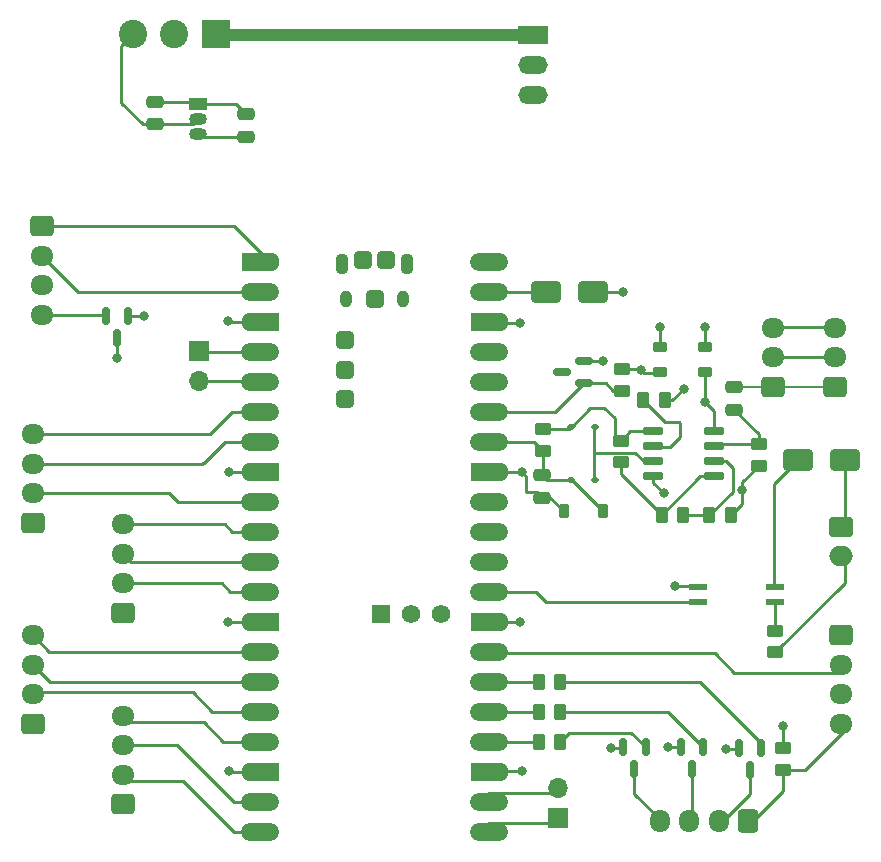
<source format=gbr>
%TF.GenerationSoftware,KiCad,Pcbnew,7.0.9*%
%TF.CreationDate,2023-12-26T12:13:05+08:00*%
%TF.ProjectId,amp_controller,616d705f-636f-46e7-9472-6f6c6c65722e,rev?*%
%TF.SameCoordinates,Original*%
%TF.FileFunction,Copper,L1,Top*%
%TF.FilePolarity,Positive*%
%FSLAX46Y46*%
G04 Gerber Fmt 4.6, Leading zero omitted, Abs format (unit mm)*
G04 Created by KiCad (PCBNEW 7.0.9) date 2023-12-26 12:13:05*
%MOMM*%
%LPD*%
G01*
G04 APERTURE LIST*
G04 Aperture macros list*
%AMRoundRect*
0 Rectangle with rounded corners*
0 $1 Rounding radius*
0 $2 $3 $4 $5 $6 $7 $8 $9 X,Y pos of 4 corners*
0 Add a 4 corners polygon primitive as box body*
4,1,4,$2,$3,$4,$5,$6,$7,$8,$9,$2,$3,0*
0 Add four circle primitives for the rounded corners*
1,1,$1+$1,$2,$3*
1,1,$1+$1,$4,$5*
1,1,$1+$1,$6,$7*
1,1,$1+$1,$8,$9*
0 Add four rect primitives between the rounded corners*
20,1,$1+$1,$2,$3,$4,$5,0*
20,1,$1+$1,$4,$5,$6,$7,0*
20,1,$1+$1,$6,$7,$8,$9,0*
20,1,$1+$1,$8,$9,$2,$3,0*%
%AMFreePoly0*
4,1,28,0.178017,0.779942,0.347107,0.720775,0.498792,0.625465,0.625465,0.498792,0.720775,0.347107,0.779942,0.178017,0.800000,0.000000,0.779942,-0.178017,0.720775,-0.347107,0.625465,-0.498792,0.498792,-0.625465,0.347107,-0.720775,0.178017,-0.779942,0.000000,-0.800000,-2.200000,-0.800000,-2.205014,-0.794986,-2.244504,-0.794986,-2.324698,-0.756366,-2.380194,-0.686777,-2.400000,-0.600000,
-2.400000,0.600000,-2.380194,0.686777,-2.324698,0.756366,-2.244504,0.794986,-2.205014,0.794986,-2.200000,0.800000,0.000000,0.800000,0.178017,0.779942,0.178017,0.779942,$1*%
%AMFreePoly1*
4,1,29,0.605014,0.794986,0.644504,0.794986,0.724698,0.756366,0.780194,0.686777,0.800000,0.600000,0.800000,-0.600000,0.780194,-0.686777,0.724698,-0.756366,0.644504,-0.794986,0.605014,-0.794986,0.600000,-0.800000,0.000000,-0.800000,-1.600000,-0.800000,-1.778017,-0.779942,-1.947107,-0.720775,-2.098792,-0.625465,-2.225465,-0.498792,-2.320775,-0.347107,-2.379942,-0.178017,-2.400000,0.000000,
-2.379942,0.178017,-2.320775,0.347107,-2.225465,0.498792,-2.098792,0.625465,-1.947107,0.720775,-1.778017,0.779942,-1.600000,0.800000,0.600000,0.800000,0.605014,0.794986,0.605014,0.794986,$1*%
%AMFreePoly2*
4,1,29,1.778017,0.779942,1.947107,0.720775,2.098792,0.625465,2.225465,0.498792,2.320775,0.347107,2.379942,0.178017,2.400000,0.000000,2.379942,-0.178017,2.320775,-0.347107,2.225465,-0.498792,2.098792,-0.625465,1.947107,-0.720775,1.778017,-0.779942,1.600000,-0.800000,0.000000,-0.800000,-0.600000,-0.800000,-0.605014,-0.794986,-0.644504,-0.794986,-0.724698,-0.756366,-0.780194,-0.686777,
-0.800000,-0.600000,-0.800000,0.600000,-0.780194,0.686777,-0.724698,0.756366,-0.644504,0.794986,-0.605014,0.794986,-0.600000,0.800000,1.600000,0.800000,1.778017,0.779942,1.778017,0.779942,$1*%
G04 Aperture macros list end*
%TA.AperFunction,ComponentPad*%
%ADD10R,2.500000X1.500000*%
%TD*%
%TA.AperFunction,ComponentPad*%
%ADD11O,2.500000X1.500000*%
%TD*%
%TA.AperFunction,SMDPad,CuDef*%
%ADD12RoundRect,0.225000X0.225000X0.375000X-0.225000X0.375000X-0.225000X-0.375000X0.225000X-0.375000X0*%
%TD*%
%TA.AperFunction,ComponentPad*%
%ADD13RoundRect,0.250000X0.600000X0.725000X-0.600000X0.725000X-0.600000X-0.725000X0.600000X-0.725000X0*%
%TD*%
%TA.AperFunction,ComponentPad*%
%ADD14O,1.700000X1.950000*%
%TD*%
%TA.AperFunction,ComponentPad*%
%ADD15RoundRect,0.250000X0.725000X-0.600000X0.725000X0.600000X-0.725000X0.600000X-0.725000X-0.600000X0*%
%TD*%
%TA.AperFunction,ComponentPad*%
%ADD16O,1.950000X1.700000*%
%TD*%
%TA.AperFunction,SMDPad,CuDef*%
%ADD17RoundRect,0.250000X0.450000X-0.262500X0.450000X0.262500X-0.450000X0.262500X-0.450000X-0.262500X0*%
%TD*%
%TA.AperFunction,SMDPad,CuDef*%
%ADD18RoundRect,0.250000X-0.475000X0.250000X-0.475000X-0.250000X0.475000X-0.250000X0.475000X0.250000X0*%
%TD*%
%TA.AperFunction,SMDPad,CuDef*%
%ADD19RoundRect,0.250000X-0.262500X-0.450000X0.262500X-0.450000X0.262500X0.450000X-0.262500X0.450000X0*%
%TD*%
%TA.AperFunction,SMDPad,CuDef*%
%ADD20RoundRect,0.250000X-0.450000X0.262500X-0.450000X-0.262500X0.450000X-0.262500X0.450000X0.262500X0*%
%TD*%
%TA.AperFunction,SMDPad,CuDef*%
%ADD21RoundRect,0.250000X0.262500X0.450000X-0.262500X0.450000X-0.262500X-0.450000X0.262500X-0.450000X0*%
%TD*%
%TA.AperFunction,SMDPad,CuDef*%
%ADD22RoundRect,0.250000X-1.000000X-0.650000X1.000000X-0.650000X1.000000X0.650000X-1.000000X0.650000X0*%
%TD*%
%TA.AperFunction,SMDPad,CuDef*%
%ADD23RoundRect,0.150000X-0.150000X0.587500X-0.150000X-0.587500X0.150000X-0.587500X0.150000X0.587500X0*%
%TD*%
%TA.AperFunction,SMDPad,CuDef*%
%ADD24RoundRect,0.112500X-0.187500X-0.112500X0.187500X-0.112500X0.187500X0.112500X-0.187500X0.112500X0*%
%TD*%
%TA.AperFunction,ComponentPad*%
%ADD25RoundRect,0.250000X-0.750000X0.600000X-0.750000X-0.600000X0.750000X-0.600000X0.750000X0.600000X0*%
%TD*%
%TA.AperFunction,ComponentPad*%
%ADD26O,2.000000X1.700000*%
%TD*%
%TA.AperFunction,SMDPad,CuDef*%
%ADD27RoundRect,0.218750X-0.381250X0.218750X-0.381250X-0.218750X0.381250X-0.218750X0.381250X0.218750X0*%
%TD*%
%TA.AperFunction,SMDPad,CuDef*%
%ADD28RoundRect,0.150000X0.725000X0.150000X-0.725000X0.150000X-0.725000X-0.150000X0.725000X-0.150000X0*%
%TD*%
%TA.AperFunction,SMDPad,CuDef*%
%ADD29RoundRect,0.112500X0.187500X0.112500X-0.187500X0.112500X-0.187500X-0.112500X0.187500X-0.112500X0*%
%TD*%
%TA.AperFunction,SMDPad,CuDef*%
%ADD30RoundRect,0.150000X0.587500X0.150000X-0.587500X0.150000X-0.587500X-0.150000X0.587500X-0.150000X0*%
%TD*%
%TA.AperFunction,ComponentPad*%
%ADD31R,2.400000X2.400000*%
%TD*%
%TA.AperFunction,ComponentPad*%
%ADD32C,2.400000*%
%TD*%
%TA.AperFunction,ComponentPad*%
%ADD33R,1.700000X1.700000*%
%TD*%
%TA.AperFunction,ComponentPad*%
%ADD34O,1.700000X1.700000*%
%TD*%
%TA.AperFunction,SMDPad,CuDef*%
%ADD35RoundRect,0.137500X0.662500X0.137500X-0.662500X0.137500X-0.662500X-0.137500X0.662500X-0.137500X0*%
%TD*%
%TA.AperFunction,ComponentPad*%
%ADD36RoundRect,0.250000X-0.725000X0.600000X-0.725000X-0.600000X0.725000X-0.600000X0.725000X0.600000X0*%
%TD*%
%TA.AperFunction,ComponentPad*%
%ADD37R,1.500000X1.050000*%
%TD*%
%TA.AperFunction,ComponentPad*%
%ADD38O,1.500000X1.050000*%
%TD*%
%TA.AperFunction,SMDPad,CuDef*%
%ADD39O,1.100000X1.800000*%
%TD*%
%TA.AperFunction,SMDPad,CuDef*%
%ADD40O,1.050000X1.450000*%
%TD*%
%TA.AperFunction,SMDPad,CuDef*%
%ADD41FreePoly0,0.000000*%
%TD*%
%TA.AperFunction,SMDPad,CuDef*%
%ADD42RoundRect,0.800000X-0.800000X0.000000X0.800000X0.000000X0.800000X0.000000X-0.800000X0.000000X0*%
%TD*%
%TA.AperFunction,SMDPad,CuDef*%
%ADD43FreePoly1,0.000000*%
%TD*%
%TA.AperFunction,SMDPad,CuDef*%
%ADD44FreePoly2,0.000000*%
%TD*%
%TA.AperFunction,SMDPad,CuDef*%
%ADD45RoundRect,0.200000X-0.587400X-0.587400X0.587400X-0.587400X0.587400X0.587400X-0.587400X0.587400X0*%
%TD*%
%TA.AperFunction,SMDPad,CuDef*%
%ADD46C,1.574800*%
%TD*%
%TA.AperFunction,SMDPad,CuDef*%
%ADD47RoundRect,0.300000X-0.450000X-0.450000X0.450000X-0.450000X0.450000X0.450000X-0.450000X0.450000X0*%
%TD*%
%TA.AperFunction,SMDPad,CuDef*%
%ADD48RoundRect,0.250000X1.000000X0.650000X-1.000000X0.650000X-1.000000X-0.650000X1.000000X-0.650000X0*%
%TD*%
%TA.AperFunction,ViaPad*%
%ADD49C,0.800000*%
%TD*%
%TA.AperFunction,Conductor*%
%ADD50C,0.250000*%
%TD*%
%TA.AperFunction,Conductor*%
%ADD51C,0.200000*%
%TD*%
%TA.AperFunction,Conductor*%
%ADD52C,1.000000*%
%TD*%
G04 APERTURE END LIST*
D10*
%TO.P,U2,1,Vin*%
%TO.N,/+18V*%
X146497597Y-56239255D03*
D11*
%TO.P,U2,2,GND*%
%TO.N,GND*%
X146497597Y-58779255D03*
%TO.P,U2,3,Vout*%
%TO.N,+5V*%
X146497597Y-61319255D03*
%TD*%
D12*
%TO.P,D5,1,K*%
%TO.N,/PEAK*%
X152420217Y-96565867D03*
%TO.P,D5,2,A*%
%TO.N,GND*%
X149120217Y-96565867D03*
%TD*%
D13*
%TO.P,FP_LED1,1,Pin_1*%
%TO.N,/DRV*%
X164722047Y-122806760D03*
D14*
%TO.P,FP_LED1,2,Pin_2*%
%TO.N,/R*%
X162222047Y-122806760D03*
%TO.P,FP_LED1,3,Pin_3*%
%TO.N,/G*%
X159722047Y-122806760D03*
%TO.P,FP_LED1,4,Pin_4*%
%TO.N,/B*%
X157222047Y-122806760D03*
%TD*%
D15*
%TO.P,AMP2,1,Pin_1*%
%TO.N,GND*%
X104103296Y-114546777D03*
D16*
%TO.P,AMP2,2,Pin_2*%
%TO.N,/AMP2_CLIP*%
X104103296Y-112046777D03*
%TO.P,AMP2,3,Pin_3*%
%TO.N,/AMP2_FAULT*%
X104103296Y-109546777D03*
%TO.P,AMP2,4,Pin_4*%
%TO.N,/AMP2_RESET*%
X104103296Y-107046777D03*
%TD*%
D17*
%TO.P,R12,1*%
%TO.N,Net-(TRIGGER1-Pin_2)*%
X167008275Y-108481106D03*
%TO.P,R12,2*%
%TO.N,Net-(R12-Pad2)*%
X167008275Y-106656106D03*
%TD*%
D18*
%TO.P,C1,1*%
%TO.N,GND*%
X114508211Y-61879728D03*
%TO.P,C1,2*%
%TO.N,/-18V*%
X114508211Y-63779728D03*
%TD*%
D19*
%TO.P,R2,1*%
%TO.N,/PWMB*%
X146977001Y-116051415D03*
%TO.P,R2,2*%
%TO.N,Net-(Q1-B)*%
X148802001Y-116051415D03*
%TD*%
D20*
%TO.P,R5,1*%
%TO.N,+5V*%
X167615421Y-116597717D03*
%TO.P,R5,2*%
%TO.N,/DRV*%
X167615421Y-118422717D03*
%TD*%
D21*
%TO.P,R9,1*%
%TO.N,Net-(U8A--)*%
X159198992Y-96867389D03*
%TO.P,R9,2*%
%TO.N,Net-(R6-Pad1)*%
X157373992Y-96867389D03*
%TD*%
D22*
%TO.P,D1,1,K*%
%TO.N,VSYS*%
X147542666Y-77957258D03*
%TO.P,D1,2,A*%
%TO.N,+5V*%
X151542666Y-77957258D03*
%TD*%
D19*
%TO.P,R11,1*%
%TO.N,Net-(U8B--)*%
X155816942Y-87168089D03*
%TO.P,R11,2*%
%TO.N,GND*%
X157641942Y-87168089D03*
%TD*%
D15*
%TO.P,AMP1,1,Pin_1*%
%TO.N,GND*%
X111774370Y-121370371D03*
D16*
%TO.P,AMP1,2,Pin_2*%
%TO.N,/AMP1_CLIP*%
X111774370Y-118870371D03*
%TO.P,AMP1,3,Pin_3*%
%TO.N,/AMP1_FAULT*%
X111774370Y-116370371D03*
%TO.P,AMP1,4,Pin_4*%
%TO.N,/AMP1_RESET*%
X111774370Y-113870371D03*
%TD*%
D23*
%TO.P,U7,1,GND*%
%TO.N,GND*%
X112220047Y-80049996D03*
%TO.P,U7,2,VO*%
%TO.N,/DISP_3V3*%
X110320047Y-80049996D03*
%TO.P,U7,3,VI*%
%TO.N,+5V*%
X111270047Y-81924996D03*
%TD*%
D24*
%TO.P,D2,1,K*%
%TO.N,/PEAK*%
X149666306Y-93908402D03*
%TO.P,D2,2,A*%
%TO.N,Net-(D2-A)*%
X151766306Y-93908402D03*
%TD*%
D19*
%TO.P,R3,1*%
%TO.N,/PWMG*%
X146967447Y-113563338D03*
%TO.P,R3,2*%
%TO.N,Net-(Q2-B)*%
X148792447Y-113563338D03*
%TD*%
D25*
%TO.P,TRIGGER1,1,Pin_1*%
%TO.N,Net-(D4-K)*%
X172588655Y-97851212D03*
D26*
%TO.P,TRIGGER1,2,Pin_2*%
%TO.N,Net-(TRIGGER1-Pin_2)*%
X172588655Y-100351212D03*
%TD*%
D27*
%TO.P,FB2,1*%
%TO.N,-5V*%
X161053164Y-82645755D03*
%TO.P,FB2,2*%
%TO.N,-5VA*%
X161053164Y-84770755D03*
%TD*%
D20*
%TO.P,R10,1*%
%TO.N,Net-(U8A-+)*%
X165574615Y-90861975D03*
%TO.P,R10,2*%
%TO.N,GND*%
X165574615Y-92686975D03*
%TD*%
D23*
%TO.P,Q2,1,B*%
%TO.N,Net-(Q2-B)*%
X160909919Y-116541619D03*
%TO.P,Q2,2,E*%
%TO.N,GND*%
X159009919Y-116541619D03*
%TO.P,Q2,3,C*%
%TO.N,/G*%
X159959919Y-118416619D03*
%TD*%
%TO.P,Q1,1,B*%
%TO.N,Net-(Q1-B)*%
X156017316Y-116534348D03*
%TO.P,Q1,2,E*%
%TO.N,GND*%
X154117316Y-116534348D03*
%TO.P,Q1,3,C*%
%TO.N,/B*%
X155067316Y-118409348D03*
%TD*%
D28*
%TO.P,U8,1*%
%TO.N,Net-(R6-Pad1)*%
X161818529Y-93607910D03*
%TO.P,U8,2,-*%
%TO.N,Net-(U8A--)*%
X161818529Y-92337910D03*
%TO.P,U8,3,+*%
%TO.N,Net-(U8A-+)*%
X161818529Y-91067910D03*
%TO.P,U8,4,V-*%
%TO.N,-5VA*%
X161818529Y-89797910D03*
%TO.P,U8,5,+*%
%TO.N,Net-(D3-A)*%
X156668529Y-89797910D03*
%TO.P,U8,6,-*%
%TO.N,Net-(U8B--)*%
X156668529Y-91067910D03*
%TO.P,U8,7*%
%TO.N,Net-(D2-A)*%
X156668529Y-92337910D03*
%TO.P,U8,8,V+*%
%TO.N,+5VA*%
X156668529Y-93607910D03*
%TD*%
D18*
%TO.P,C4,1*%
%TO.N,GND*%
X122188601Y-62935483D03*
%TO.P,C4,2*%
%TO.N,-5V*%
X122188601Y-64835483D03*
%TD*%
%TO.P,C3,1*%
%TO.N,/M+*%
X163504788Y-86066391D03*
%TO.P,C3,2*%
%TO.N,Net-(U8A-+)*%
X163504788Y-87966391D03*
%TD*%
D23*
%TO.P,Q3,1,B*%
%TO.N,Net-(Q3-B)*%
X165815462Y-116603396D03*
%TO.P,Q3,2,E*%
%TO.N,GND*%
X163915462Y-116603396D03*
%TO.P,Q3,3,C*%
%TO.N,/R*%
X164865462Y-118478396D03*
%TD*%
D29*
%TO.P,D3,1,K*%
%TO.N,Net-(D2-A)*%
X151766306Y-89383315D03*
%TO.P,D3,2,A*%
%TO.N,Net-(D3-A)*%
X149666306Y-89383315D03*
%TD*%
D19*
%TO.P,R8,1*%
%TO.N,Net-(U8A--)*%
X161397036Y-96881965D03*
%TO.P,R8,2*%
%TO.N,GND*%
X163222036Y-96881965D03*
%TD*%
D30*
%TO.P,U4,1,K*%
%TO.N,/ADC_VREF*%
X150797500Y-85707500D03*
%TO.P,U4,2,A*%
%TO.N,GND*%
X150797500Y-83807500D03*
%TO.P,U4,3*%
%TO.N,N/C*%
X148922500Y-84757500D03*
%TD*%
D31*
%TO.P,POWER1,1,Pin_1*%
%TO.N,/+18V*%
X119605020Y-56152903D03*
D32*
%TO.P,POWER1,2,Pin_2*%
%TO.N,GND*%
X116105020Y-56152903D03*
%TO.P,POWER1,3,Pin_3*%
%TO.N,/-18V*%
X112605020Y-56152903D03*
%TD*%
D33*
%TO.P,GPIO16\u002C17,1,Pin_1*%
%TO.N,Net-(GPIO16\u002C17-Pin_1)*%
X148564694Y-122507219D03*
D34*
%TO.P,GPIO16\u002C17,2,Pin_2*%
%TO.N,Net-(GPIO16\u002C17-Pin_2)*%
X148564694Y-119967219D03*
%TD*%
D18*
%TO.P,C2,1*%
%TO.N,/PEAK*%
X147259018Y-93492615D03*
%TO.P,C2,2*%
%TO.N,GND*%
X147259018Y-95392615D03*
%TD*%
D35*
%TO.P,U6,1*%
%TO.N,Net-(R12-Pad2)*%
X166986039Y-104199970D03*
%TO.P,U6,2*%
%TO.N,Net-(D4-A)*%
X166986039Y-102929970D03*
%TO.P,U6,3*%
%TO.N,GND*%
X160486039Y-102929970D03*
%TO.P,U6,4*%
%TO.N,/TRG_ON*%
X160486039Y-104199970D03*
%TD*%
D15*
%TO.P,MUSIC_IN1,1,Pin_1*%
%TO.N,/M+*%
X166784304Y-85995563D03*
D16*
%TO.P,MUSIC_IN1,2,Pin_2*%
%TO.N,/MG*%
X166784304Y-83495563D03*
%TO.P,MUSIC_IN1,3,Pin_3*%
%TO.N,/M-*%
X166784304Y-80995563D03*
%TD*%
D36*
%TO.P,DISPLAY1,1,Pin_1*%
%TO.N,/SDA*%
X104892442Y-72412621D03*
D16*
%TO.P,DISPLAY1,2,Pin_2*%
%TO.N,/SCL*%
X104892442Y-74912621D03*
%TO.P,DISPLAY1,3,Pin_3*%
%TO.N,GND*%
X104892442Y-77412621D03*
%TO.P,DISPLAY1,4,Pin_4*%
%TO.N,/DISP_3V3*%
X104892442Y-79912621D03*
%TD*%
D19*
%TO.P,R4,1*%
%TO.N,/PWMR*%
X146946796Y-111000570D03*
%TO.P,R4,2*%
%TO.N,Net-(Q3-B)*%
X148771796Y-111000570D03*
%TD*%
D20*
%TO.P,R7,1*%
%TO.N,Net-(D3-A)*%
X147306307Y-89610529D03*
%TO.P,R7,2*%
%TO.N,/PEAK*%
X147306307Y-91435529D03*
%TD*%
D37*
%TO.P,U3,1,GND*%
%TO.N,GND*%
X118120802Y-62098029D03*
D38*
%TO.P,U3,2,VI*%
%TO.N,/-18V*%
X118120802Y-63368029D03*
%TO.P,U3,3,VO*%
%TO.N,-5V*%
X118120802Y-64638029D03*
%TD*%
D15*
%TO.P,AMP3,1,Pin_1*%
%TO.N,GND*%
X111760000Y-105163725D03*
D16*
%TO.P,AMP3,2,Pin_2*%
%TO.N,/AMP3_CLIP*%
X111760000Y-102663725D03*
%TO.P,AMP3,3,Pin_3*%
%TO.N,/AMP3_FAULT*%
X111760000Y-100163725D03*
%TO.P,AMP3,4,Pin_4*%
%TO.N,/AMP3_RESET*%
X111760000Y-97663725D03*
%TD*%
D39*
%TO.P,U1,*%
%TO.N,*%
X130335000Y-75579685D03*
D40*
X130635000Y-78609685D03*
X135485000Y-78609685D03*
D39*
X135785000Y-75579685D03*
D41*
%TO.P,U1,1,GPIO0*%
%TO.N,/SDA*%
X124170000Y-75449685D03*
D42*
%TO.P,U1,2,GPIO1*%
%TO.N,/SCL*%
X123370000Y-77989685D03*
D43*
%TO.P,U1,3,GND*%
%TO.N,GND*%
X124170000Y-80529685D03*
D42*
%TO.P,U1,4,GPIO2*%
%TO.N,Net-(GPIO2\u002C3-Pin_1)*%
X123370000Y-83069685D03*
%TO.P,U1,5,GPIO3*%
%TO.N,Net-(GPIO2\u002C3-Pin_2)*%
X123370000Y-85609685D03*
%TO.P,U1,6,GPIO4*%
%TO.N,/AMP4_RESET*%
X123370000Y-88149685D03*
%TO.P,U1,7,GPIO5*%
%TO.N,/AMP4_FAULT*%
X123370000Y-90689685D03*
D43*
%TO.P,U1,8,GND*%
%TO.N,GND*%
X124170000Y-93229685D03*
D42*
%TO.P,U1,9,GPIO6*%
%TO.N,/AMP4_CLIP*%
X123370000Y-95769685D03*
%TO.P,U1,10,GPIO7*%
%TO.N,/AMP3_RESET*%
X123370000Y-98309685D03*
%TO.P,U1,11,GPIO8*%
%TO.N,/AMP3_FAULT*%
X123370000Y-100849685D03*
%TO.P,U1,12,GPIO9*%
%TO.N,/AMP3_CLIP*%
X123370000Y-103389685D03*
D43*
%TO.P,U1,13,GND*%
%TO.N,GND*%
X124170000Y-105929685D03*
D42*
%TO.P,U1,14,GPIO10*%
%TO.N,/AMP2_RESET*%
X123370000Y-108469685D03*
%TO.P,U1,15,GPIO11*%
%TO.N,/AMP2_FAULT*%
X123370000Y-111009685D03*
%TO.P,U1,16,GPIO12*%
%TO.N,/AMP2_CLIP*%
X123370000Y-113549685D03*
%TO.P,U1,17,GPIO13*%
%TO.N,/AMP1_RESET*%
X123370000Y-116089685D03*
D43*
%TO.P,U1,18,GND*%
%TO.N,GND*%
X124170000Y-118629685D03*
D42*
%TO.P,U1,19,GPIO14*%
%TO.N,/AMP1_FAULT*%
X123370000Y-121169685D03*
%TO.P,U1,20,GPIO15*%
%TO.N,/AMP1_CLIP*%
X123370000Y-123709685D03*
%TO.P,U1,21,GPIO16*%
%TO.N,Net-(GPIO16\u002C17-Pin_1)*%
X142750000Y-123709685D03*
%TO.P,U1,22,GPIO17*%
%TO.N,Net-(GPIO16\u002C17-Pin_2)*%
X142750000Y-121169685D03*
D44*
%TO.P,U1,23,GND*%
%TO.N,GND*%
X141950000Y-118629685D03*
D42*
%TO.P,U1,24,GPIO18*%
%TO.N,/PWMB*%
X142750000Y-116089685D03*
%TO.P,U1,25,GPIO19*%
%TO.N,/PWMG*%
X142750000Y-113549685D03*
%TO.P,U1,26,GPIO20*%
%TO.N,/PWMR*%
X142750000Y-111009685D03*
%TO.P,U1,27,GPIO21*%
%TO.N,/FP_BUTTON*%
X142750000Y-108469685D03*
D44*
%TO.P,U1,28,GND*%
%TO.N,GND*%
X141950000Y-105929685D03*
D42*
%TO.P,U1,29,GPIO22*%
%TO.N,/TRG_ON*%
X142750000Y-103389685D03*
%TO.P,U1,30,RUN*%
%TO.N,unconnected-(U1-RUN-Pad30)*%
X142750000Y-100849685D03*
%TO.P,U1,31,GPIO26_ADC0*%
%TO.N,unconnected-(U1-GPIO26_ADC0-Pad31)*%
X142750000Y-98309685D03*
%TO.P,U1,32,GPIO27_ADC1*%
%TO.N,unconnected-(U1-GPIO27_ADC1-Pad32)*%
X142750000Y-95769685D03*
D44*
%TO.P,U1,33,AGND*%
%TO.N,GND*%
X141950000Y-93229685D03*
D42*
%TO.P,U1,34,GPIO28_ADC2*%
%TO.N,/PEAK*%
X142750000Y-90689685D03*
%TO.P,U1,35,ADC_VREF*%
%TO.N,/ADC_VREF*%
X142750000Y-88149685D03*
%TO.P,U1,36,3V3*%
%TO.N,unconnected-(U1-3V3-Pad36)*%
X142750000Y-85609685D03*
%TO.P,U1,37,3V3_EN*%
%TO.N,unconnected-(U1-3V3_EN-Pad37)*%
X142750000Y-83069685D03*
D44*
%TO.P,U1,38,GND*%
%TO.N,GND*%
X141950000Y-80529685D03*
D42*
%TO.P,U1,39,VSYS*%
%TO.N,VSYS*%
X142750000Y-77989685D03*
%TO.P,U1,40,VBUS*%
%TO.N,unconnected-(U1-VBUS-Pad40)*%
X142750000Y-75449685D03*
D45*
%TO.P,U1,D1*%
%TO.N,N/C*%
X133644100Y-105279685D03*
D46*
%TO.P,U1,D2*%
X136184100Y-105279685D03*
%TO.P,U1,D3*%
X138724100Y-105279685D03*
D47*
%TO.P,U1,TP1*%
X133060000Y-78579685D03*
%TO.P,U1,TP2*%
X134060000Y-75279685D03*
%TO.P,U1,TP3*%
X132060000Y-75279685D03*
%TO.P,U1,TP4*%
X130560000Y-82079685D03*
%TO.P,U1,TP5*%
X130560000Y-84579685D03*
%TO.P,U1,TP6*%
X130560000Y-87079685D03*
%TD*%
D20*
%TO.P,R1,1*%
%TO.N,+5VA*%
X154019551Y-84535000D03*
%TO.P,R1,2*%
%TO.N,/ADC_VREF*%
X154019551Y-86360000D03*
%TD*%
D27*
%TO.P,FB1,1*%
%TO.N,+5V*%
X157258318Y-82654270D03*
%TO.P,FB1,2*%
%TO.N,+5VA*%
X157258318Y-84779270D03*
%TD*%
D48*
%TO.P,D4,1,K*%
%TO.N,Net-(D4-K)*%
X172925417Y-92224648D03*
%TO.P,D4,2,A*%
%TO.N,Net-(D4-A)*%
X168925417Y-92224648D03*
%TD*%
D17*
%TO.P,R6,1*%
%TO.N,Net-(R6-Pad1)*%
X153928195Y-92424603D03*
%TO.P,R6,2*%
%TO.N,Net-(D3-A)*%
X153928195Y-90599603D03*
%TD*%
D15*
%TO.P,MUSIC_THRU1,1,Pin_1*%
%TO.N,/M+*%
X172038734Y-86015172D03*
D16*
%TO.P,MUSIC_THRU1,2,Pin_2*%
%TO.N,/MG*%
X172038734Y-83515172D03*
%TO.P,MUSIC_THRU1,3,Pin_3*%
%TO.N,/M-*%
X172038734Y-81015172D03*
%TD*%
D33*
%TO.P,GPIO2\u002C3,1,Pin_1*%
%TO.N,Net-(GPIO2\u002C3-Pin_1)*%
X118214756Y-82976485D03*
D34*
%TO.P,GPIO2\u002C3,2,Pin_2*%
%TO.N,Net-(GPIO2\u002C3-Pin_2)*%
X118214756Y-85516485D03*
%TD*%
D36*
%TO.P,FP_BUTTON1,1,Pin_1*%
%TO.N,GND*%
X172583225Y-107027622D03*
D16*
%TO.P,FP_BUTTON1,2,Pin_2*%
%TO.N,/FP_BUTTON*%
X172583225Y-109527622D03*
%TO.P,FP_BUTTON1,3,Pin_3*%
%TO.N,GND*%
X172583225Y-112027622D03*
%TO.P,FP_BUTTON1,4,Pin_4*%
%TO.N,/DRV*%
X172583225Y-114527622D03*
%TD*%
D15*
%TO.P,AMP4,1,Pin_1*%
%TO.N,GND*%
X104140000Y-97543725D03*
D16*
%TO.P,AMP4,2,Pin_2*%
%TO.N,/AMP4_CLIP*%
X104140000Y-95043725D03*
%TO.P,AMP4,3,Pin_3*%
%TO.N,/AMP4_FAULT*%
X104140000Y-92543725D03*
%TO.P,AMP4,4,Pin_4*%
%TO.N,/AMP4_RESET*%
X104140000Y-90043725D03*
%TD*%
D49*
%TO.N,GND*%
X113561400Y-80049156D03*
X158521920Y-102910934D03*
X145401613Y-105962143D03*
X120725786Y-118506050D03*
X159259207Y-86182328D03*
X145373604Y-80590538D03*
X120725786Y-93201686D03*
X153073990Y-116570685D03*
X152396888Y-83827166D03*
X120671074Y-105894902D03*
X157888690Y-116552516D03*
X162830570Y-116661528D03*
X164175296Y-94782986D03*
X145510385Y-118533406D03*
X145519251Y-93224431D03*
X120643718Y-80481114D03*
%TO.N,-5V*%
X161072253Y-80955626D03*
%TO.N,+5V*%
X157238279Y-80955626D03*
X154117597Y-77975119D03*
X167645714Y-114701471D03*
X111234565Y-83562417D03*
%TO.N,+5VA*%
X155620288Y-84575728D03*
X157557680Y-95030782D03*
%TO.N,-5VA*%
X161038090Y-87309918D03*
%TD*%
D50*
%TO.N,GND*%
X117902501Y-61879728D02*
X118120802Y-62098029D01*
X162830570Y-116661528D02*
X163857330Y-116661528D01*
X124170000Y-118629685D02*
X120849421Y-118629685D01*
X118120802Y-62098029D02*
X121351147Y-62098029D01*
X113560560Y-80049996D02*
X113561400Y-80049156D01*
X120753785Y-93229685D02*
X120725786Y-93201686D01*
X120692289Y-80529685D02*
X120643718Y-80481114D01*
X145928480Y-94913308D02*
X146779711Y-94913308D01*
X145519251Y-93224431D02*
X145928480Y-93633660D01*
X142046279Y-118533406D02*
X145510385Y-118533406D01*
X120849421Y-118629685D02*
X120725786Y-118506050D01*
X160529503Y-102910934D02*
X160548539Y-102929970D01*
X157641942Y-87168089D02*
X158273446Y-87168089D01*
X142010853Y-80590538D02*
X145373604Y-80590538D01*
X141950000Y-105929685D02*
X141982458Y-105962143D01*
X141950000Y-118629685D02*
X142046279Y-118533406D01*
X164175296Y-94086294D02*
X164175296Y-94782986D01*
X114508211Y-61879728D02*
X117902501Y-61879728D01*
X141950000Y-93229685D02*
X145513997Y-93229685D01*
X157888690Y-116552516D02*
X158999022Y-116552516D01*
X163222036Y-96881965D02*
X164175296Y-95928705D01*
X163857330Y-116661528D02*
X163915462Y-116603396D01*
X152377222Y-83807500D02*
X152396888Y-83827166D01*
X124170000Y-105929685D02*
X120705857Y-105929685D01*
X112220047Y-80049996D02*
X113560560Y-80049996D01*
X145513997Y-93229685D02*
X145519251Y-93224431D01*
X149120217Y-96565867D02*
X147946965Y-95392615D01*
X124170000Y-93229685D02*
X120753785Y-93229685D01*
X124170000Y-80529685D02*
X120692289Y-80529685D01*
X164175296Y-95928705D02*
X164175296Y-94782986D01*
X153073990Y-116570685D02*
X154080979Y-116570685D01*
X121351147Y-62098029D02*
X122188601Y-62935483D01*
X154080979Y-116570685D02*
X154117316Y-116534348D01*
X145928480Y-93633660D02*
X145928480Y-94913308D01*
X147946965Y-95392615D02*
X147259018Y-95392615D01*
X141950000Y-80529685D02*
X142010853Y-80590538D01*
X158521920Y-102910934D02*
X160529503Y-102910934D01*
X146779711Y-94913308D02*
X147259018Y-95392615D01*
X165574615Y-92686975D02*
X164175296Y-94086294D01*
X120705857Y-105929685D02*
X120671074Y-105894902D01*
X141982458Y-105962143D02*
X145401613Y-105962143D01*
X158273446Y-87168089D02*
X159259207Y-86182328D01*
X150797500Y-83807500D02*
X152377222Y-83807500D01*
X158999022Y-116552516D02*
X159009919Y-116541619D01*
%TO.N,Net-(U8A-+)*%
X163504788Y-87966391D02*
X165574615Y-90036218D01*
X161818529Y-91067910D02*
X162024464Y-90861975D01*
X162024464Y-90861975D02*
X165574615Y-90861975D01*
X165574615Y-90036218D02*
X165574615Y-90861975D01*
%TO.N,-5V*%
X161072253Y-82539166D02*
X161053164Y-82558255D01*
X122188601Y-64835483D02*
X118318256Y-64835483D01*
X161072253Y-80955626D02*
X161072253Y-82539166D01*
X118318256Y-64835483D02*
X118120802Y-64638029D01*
%TO.N,VSYS*%
X147510239Y-77989685D02*
X141950000Y-77989685D01*
X147542666Y-77957258D02*
X147510239Y-77989685D01*
%TO.N,+5V*%
X151542666Y-77957258D02*
X151560527Y-77975119D01*
X151560527Y-77975119D02*
X154117597Y-77975119D01*
X111270047Y-83526935D02*
X111234565Y-83562417D01*
X167645714Y-114701471D02*
X167645714Y-116567424D01*
X157238279Y-80955626D02*
X157238279Y-82546731D01*
X167645714Y-116567424D02*
X167615421Y-116597717D01*
X111270047Y-81924996D02*
X111270047Y-83526935D01*
X157238279Y-82546731D02*
X157258318Y-82566770D01*
D51*
%TO.N,/M+*%
X166803913Y-86015172D02*
X172038734Y-86015172D01*
X166784304Y-85995563D02*
X166803913Y-86015172D01*
X163504788Y-86066391D02*
X166713476Y-86066391D01*
X166713476Y-86066391D02*
X166784304Y-85995563D01*
D50*
%TO.N,/M-*%
X166784304Y-80995563D02*
X166798361Y-80981506D01*
X166798361Y-80981506D02*
X172391977Y-80981506D01*
%TO.N,Net-(D3-A)*%
X152528875Y-87830116D02*
X151332005Y-87830116D01*
X153388874Y-88690115D02*
X152528875Y-87830116D01*
X147306307Y-89610529D02*
X149551592Y-89610529D01*
X153928195Y-90599603D02*
X154729888Y-89797910D01*
X149551592Y-89610529D02*
X149778806Y-89383315D01*
X151332005Y-87830116D02*
X149778806Y-89383315D01*
X153928195Y-90599603D02*
X153388874Y-90060282D01*
X154729888Y-89797910D02*
X156668529Y-89797910D01*
X153388874Y-90060282D02*
X153388874Y-88690115D01*
%TO.N,+5VA*%
X156668529Y-93607910D02*
X156668529Y-94141631D01*
X155579560Y-84535000D02*
X155620288Y-84575728D01*
X155911330Y-84866770D02*
X155620288Y-84575728D01*
X154019551Y-84535000D02*
X155579560Y-84535000D01*
X157258318Y-84866770D02*
X155911330Y-84866770D01*
X156668529Y-94141631D02*
X157557680Y-95030782D01*
%TO.N,-5VA*%
X161053366Y-87294642D02*
X161038090Y-87309918D01*
X161038090Y-87309918D02*
X161818529Y-88090357D01*
X161053164Y-84858255D02*
X161053366Y-84858457D01*
X161053366Y-84858457D02*
X161053366Y-87294642D01*
X161818529Y-88090357D02*
X161818529Y-89797910D01*
%TO.N,/SDA*%
X121132936Y-72412621D02*
X104892442Y-72412621D01*
X124170000Y-75449685D02*
X121132936Y-72412621D01*
%TO.N,/SCL*%
X124170000Y-77989685D02*
X124159107Y-78000578D01*
X107980399Y-78000578D02*
X104892442Y-74912621D01*
X124159107Y-78000578D02*
X107980399Y-78000578D01*
%TO.N,/DISP_3V3*%
X110182672Y-79912621D02*
X110320047Y-80049996D01*
X104892442Y-79912621D02*
X110182672Y-79912621D01*
%TO.N,Net-(Q1-B)*%
X154806693Y-115323725D02*
X156017316Y-116534348D01*
X149529691Y-115323725D02*
X154806693Y-115323725D01*
X148802001Y-116051415D02*
X149529691Y-115323725D01*
%TO.N,Net-(Q2-B)*%
X148792447Y-113563338D02*
X148801100Y-113554685D01*
X157922985Y-113554685D02*
X160909919Y-116541619D01*
X148801100Y-113554685D02*
X157922985Y-113554685D01*
%TO.N,Net-(Q3-B)*%
X148771796Y-111000570D02*
X160639829Y-111000570D01*
X160639829Y-111000570D02*
X165815462Y-116176203D01*
X165815462Y-116176203D02*
X165815462Y-116603396D01*
%TO.N,Net-(U8A--)*%
X162823439Y-92337910D02*
X161818529Y-92337910D01*
X161397036Y-96881965D02*
X163388178Y-94890823D01*
X163388178Y-92902649D02*
X162823439Y-92337910D01*
X159213568Y-96881965D02*
X161397036Y-96881965D01*
X163388178Y-94890823D02*
X163388178Y-92902649D01*
X159198992Y-96867389D02*
X159213568Y-96881965D01*
%TO.N,Net-(R12-Pad2)*%
X167008275Y-104284706D02*
X166923539Y-104199970D01*
X167008275Y-106656106D02*
X167008275Y-104284706D01*
%TO.N,/MG*%
X166784304Y-83495563D02*
X166798361Y-83481506D01*
X166798361Y-83481506D02*
X172391977Y-83481506D01*
%TO.N,Net-(D2-A)*%
X156668529Y-92337910D02*
X155870569Y-92337910D01*
X151668382Y-91590788D02*
X151653806Y-91576212D01*
X155123447Y-91590788D02*
X151668382Y-91590788D01*
X151653806Y-91576212D02*
X151653806Y-89383315D01*
X155870569Y-92337910D02*
X155123447Y-91590788D01*
X151653806Y-93908402D02*
X151653806Y-91576212D01*
%TO.N,Net-(TRIGGER1-Pin_2)*%
X167008275Y-108481106D02*
X172855283Y-102634098D01*
X172855283Y-102634098D02*
X172855283Y-100212668D01*
%TO.N,/-18V*%
X111626799Y-61983725D02*
X113422802Y-63779728D01*
X114508211Y-63779728D02*
X117709103Y-63779728D01*
X113422802Y-63779728D02*
X114542524Y-63779728D01*
X111626799Y-57131124D02*
X111626799Y-61983725D01*
X114508211Y-63779728D02*
X114523605Y-63795122D01*
X114508211Y-63779728D02*
X114531181Y-63756758D01*
X117709103Y-63779728D02*
X118120802Y-63368029D01*
X112605020Y-56152903D02*
X111626799Y-57131124D01*
D52*
%TO.N,/+18V*%
X119605020Y-56152903D02*
X119691372Y-56239255D01*
X119691372Y-56239255D02*
X146497597Y-56239255D01*
D50*
%TO.N,Net-(GPIO2\u002C3-Pin_1)*%
X124170000Y-83069685D02*
X118307956Y-83069685D01*
X118307956Y-83069685D02*
X118214756Y-82976485D01*
%TO.N,Net-(D4-K)*%
X172925417Y-92224648D02*
X172855283Y-92294782D01*
X172855283Y-92294782D02*
X172855283Y-97712668D01*
%TO.N,Net-(D4-A)*%
X166923539Y-94226526D02*
X166923539Y-102929970D01*
X168925417Y-92224648D02*
X166923539Y-94226526D01*
%TO.N,/FP_BUTTON*%
X142061251Y-108580936D02*
X161877663Y-108580936D01*
X163502430Y-110205703D02*
X172725613Y-110205703D01*
X161877663Y-108580936D02*
X163502430Y-110205703D01*
X141950000Y-108469685D02*
X142061251Y-108580936D01*
%TO.N,/PWMB*%
X146938731Y-116089685D02*
X141950000Y-116089685D01*
X146977001Y-116051415D02*
X146938731Y-116089685D01*
%TO.N,/PWMG*%
X146967447Y-113563338D02*
X146953794Y-113549685D01*
X146953794Y-113549685D02*
X141950000Y-113549685D01*
%TO.N,/PWMR*%
X146937681Y-111009685D02*
X141950000Y-111009685D01*
X146946796Y-111000570D02*
X146937681Y-111009685D01*
%TO.N,/TRG_ON*%
X147566819Y-104200838D02*
X146755666Y-103389685D01*
X160548539Y-104199970D02*
X160547671Y-104200838D01*
X146755666Y-103389685D02*
X141950000Y-103389685D01*
X160547671Y-104200838D02*
X147566819Y-104200838D01*
%TO.N,/PEAK*%
X152420217Y-96549813D02*
X152420217Y-96565867D01*
X147306307Y-91435529D02*
X147306307Y-93445326D01*
X147306307Y-93445326D02*
X147259018Y-93492615D01*
X146560463Y-90689685D02*
X147306307Y-91435529D01*
X149778806Y-93908402D02*
X152420217Y-96549813D01*
X141950000Y-90689685D02*
X146560463Y-90689685D01*
X147674805Y-93908402D02*
X149778806Y-93908402D01*
X147259018Y-93492615D02*
X147674805Y-93908402D01*
%TO.N,/ADC_VREF*%
X154019551Y-86360000D02*
X153279830Y-86360000D01*
X150797500Y-85707500D02*
X148355315Y-88149685D01*
X148355315Y-88149685D02*
X141950000Y-88149685D01*
X153279830Y-86360000D02*
X152627330Y-85707500D01*
X152627330Y-85707500D02*
X150797500Y-85707500D01*
%TO.N,/AMP1_RESET*%
X120254210Y-116089685D02*
X124170000Y-116089685D01*
X111774370Y-113870371D02*
X112323999Y-114420000D01*
X118584525Y-114420000D02*
X120254210Y-116089685D01*
X112323999Y-114420000D02*
X118584525Y-114420000D01*
%TO.N,/AMP1_FAULT*%
X116370371Y-116370371D02*
X111774370Y-116370371D01*
X124170000Y-121169685D02*
X121169685Y-121169685D01*
X121169685Y-121169685D02*
X116370371Y-116370371D01*
%TO.N,/AMP1_CLIP*%
X121169685Y-123709685D02*
X124170000Y-123709685D01*
X112323999Y-119420000D02*
X116800000Y-119420000D01*
X111774370Y-118870371D02*
X112323999Y-119420000D01*
X116840000Y-119380000D02*
X121169685Y-123709685D01*
X116800000Y-119420000D02*
X116840000Y-119380000D01*
%TO.N,/AMP2_RESET*%
X104103296Y-107046777D02*
X105526204Y-108469685D01*
X105526204Y-108469685D02*
X124170000Y-108469685D01*
%TO.N,/AMP2_FAULT*%
X104103296Y-109546777D02*
X105566204Y-111009685D01*
X105566204Y-111009685D02*
X124170000Y-111009685D01*
%TO.N,/AMP2_CLIP*%
X104268513Y-111881560D02*
X117669447Y-111881560D01*
X117669447Y-111881560D02*
X119337572Y-113549685D01*
X119337572Y-113549685D02*
X124170000Y-113549685D01*
X104103296Y-112046777D02*
X104268513Y-111881560D01*
%TO.N,/AMP3_RESET*%
X124127676Y-98267361D02*
X124170000Y-98309685D01*
X111760000Y-97663725D02*
X120384683Y-97663725D01*
X120988319Y-98267361D02*
X124127676Y-98267361D01*
X120384683Y-97663725D02*
X120988319Y-98267361D01*
%TO.N,/AMP3_FAULT*%
X124170000Y-100849685D02*
X124156813Y-100836498D01*
X112432773Y-100836498D02*
X111760000Y-100163725D01*
X124156813Y-100836498D02*
X112432773Y-100836498D01*
%TO.N,/AMP3_CLIP*%
X120860667Y-103389685D02*
X124170000Y-103389685D01*
X120134707Y-102663725D02*
X120860667Y-103389685D01*
X111760000Y-102663725D02*
X120134707Y-102663725D01*
%TO.N,/AMP4_RESET*%
X104140000Y-90043725D02*
X119125571Y-90043725D01*
X119125571Y-90043725D02*
X121019611Y-88149685D01*
X121019611Y-88149685D02*
X124170000Y-88149685D01*
%TO.N,/AMP4_FAULT*%
X104140000Y-92543725D02*
X118477597Y-92543725D01*
X118477597Y-92543725D02*
X118557597Y-92463725D01*
X120359734Y-90689685D02*
X124170000Y-90689685D01*
X118585694Y-92463725D02*
X120359734Y-90689685D01*
X118557597Y-92463725D02*
X118585694Y-92463725D01*
%TO.N,/AMP4_CLIP*%
X115687270Y-95043725D02*
X104140000Y-95043725D01*
X124158743Y-95758428D02*
X116401973Y-95758428D01*
X116401973Y-95758428D02*
X115687270Y-95043725D01*
X124170000Y-95769685D02*
X124158743Y-95758428D01*
%TO.N,/R*%
X164865462Y-118478396D02*
X164865462Y-120477337D01*
X164865462Y-120477337D02*
X162479678Y-122863121D01*
%TO.N,/G*%
X159959919Y-122843362D02*
X159959919Y-118416619D01*
%TO.N,/B*%
X157479678Y-122863121D02*
X155067316Y-120450759D01*
X155067316Y-120450759D02*
X155067316Y-118409348D01*
%TO.N,/DRV*%
X167615421Y-118422717D02*
X169508599Y-118422717D01*
X167615421Y-120227378D02*
X167615421Y-118422717D01*
X169508599Y-118422717D02*
X172727591Y-115203725D01*
X164979678Y-122863121D02*
X167615421Y-120227378D01*
%TO.N,Net-(GPIO2\u002C3-Pin_2)*%
X124076800Y-85516485D02*
X118214756Y-85516485D01*
X124170000Y-85609685D02*
X124076800Y-85516485D01*
%TO.N,Net-(GPIO16\u002C17-Pin_1)*%
X142715960Y-122943725D02*
X149037597Y-122943725D01*
X141950000Y-123709685D02*
X142715960Y-122943725D01*
%TO.N,Net-(GPIO16\u002C17-Pin_2)*%
X142715960Y-120403725D02*
X149037597Y-120403725D01*
X141950000Y-121169685D02*
X142715960Y-120403725D01*
%TO.N,Net-(R6-Pad1)*%
X153928195Y-93421592D02*
X157373992Y-96867389D01*
X153928195Y-92424603D02*
X153928195Y-93421592D01*
X160633471Y-93607910D02*
X161818529Y-93607910D01*
X157373992Y-96867389D02*
X160633471Y-93607910D01*
%TO.N,Net-(U8B--)*%
X157648643Y-88999790D02*
X155816942Y-87168089D01*
X158912150Y-90234155D02*
X158912150Y-89061508D01*
X156668529Y-91067910D02*
X156683399Y-91082780D01*
X158850432Y-88999790D02*
X157648643Y-88999790D01*
X158063525Y-91082780D02*
X158912150Y-90234155D01*
X158912150Y-89061508D02*
X158850432Y-88999790D01*
X156683399Y-91082780D02*
X158063525Y-91082780D01*
%TD*%
M02*

</source>
